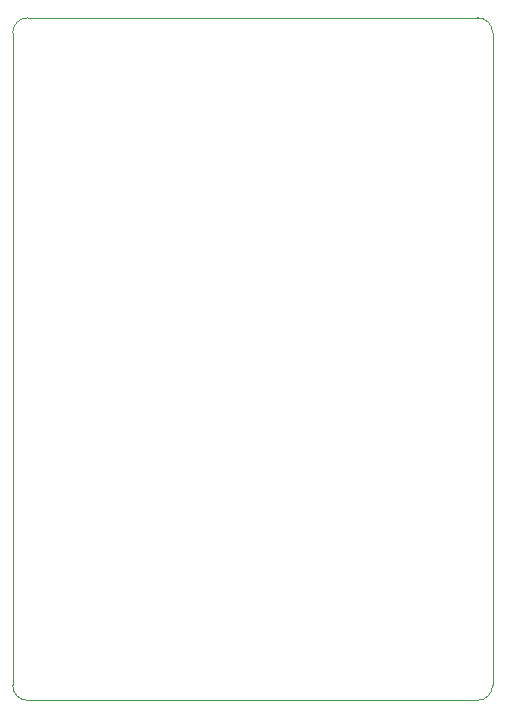
<source format=gbr>
G04 #@! TF.GenerationSoftware,KiCad,Pcbnew,(5.1.4-0-10_14)*
G04 #@! TF.CreationDate,2020-04-05T14:04:58-07:00*
G04 #@! TF.ProjectId,ServoPower2,53657276-6f50-46f7-9765-72322e6b6963,rev?*
G04 #@! TF.SameCoordinates,Original*
G04 #@! TF.FileFunction,Profile,NP*
%FSLAX46Y46*%
G04 Gerber Fmt 4.6, Leading zero omitted, Abs format (unit mm)*
G04 Created by KiCad (PCBNEW (5.1.4-0-10_14)) date 2020-04-05 14:04:58*
%MOMM*%
%LPD*%
G04 APERTURE LIST*
%ADD10C,0.050000*%
%ADD11C,0.100000*%
G04 APERTURE END LIST*
D10*
X184785000Y-116840000D02*
G75*
G02X183515000Y-118110000I-1270000J0D01*
G01*
X183515000Y-60325000D02*
G75*
G02X184785000Y-61595000I0J-1270000D01*
G01*
X144145000Y-61595000D02*
G75*
G02X145415000Y-60325000I1270000J0D01*
G01*
X145415000Y-118110000D02*
G75*
G02X144145000Y-116840000I0J1270000D01*
G01*
D11*
X184785000Y-116840000D02*
X184785000Y-61595000D01*
X145415000Y-118110000D02*
X183515000Y-118110000D01*
X144145000Y-61595000D02*
X144145000Y-116840000D01*
X183515000Y-60325000D02*
X145415000Y-60325000D01*
M02*

</source>
